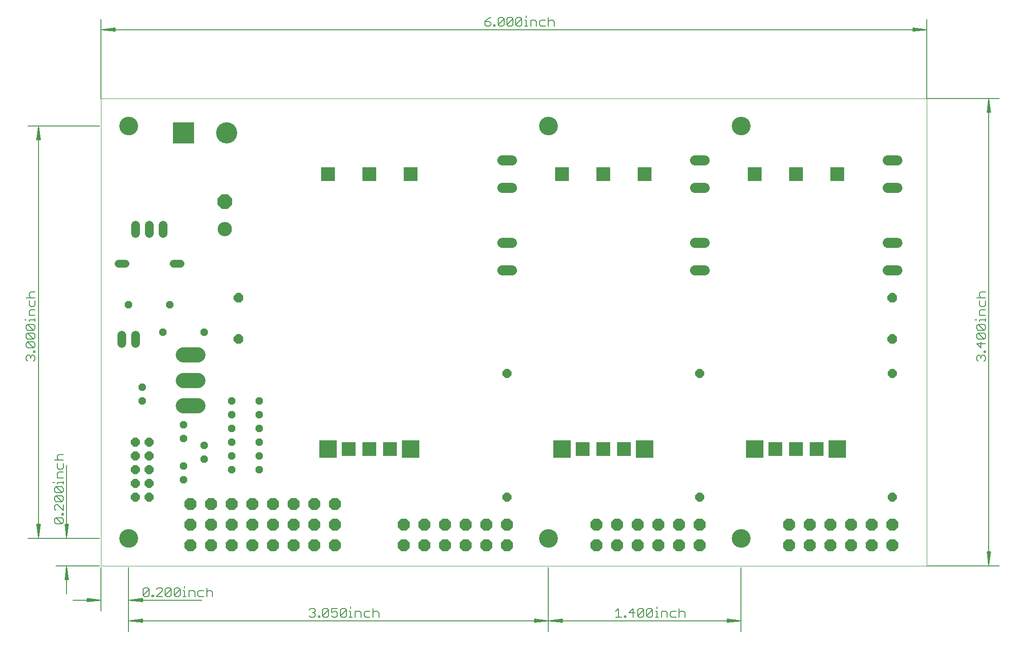
<source format=gbs>
G75*
%MOIN*%
%OFA0B0*%
%FSLAX25Y25*%
%IPPOS*%
%LPD*%
%AMOC8*
5,1,8,0,0,1.08239X$1,22.5*
%
%ADD10C,0.00000*%
%ADD11C,0.00512*%
%ADD12C,0.00600*%
%ADD13C,0.10400*%
%ADD14OC8,0.10400*%
%ADD15C,0.07450*%
%ADD16C,0.13400*%
%ADD17OC8,0.05600*%
%ADD18OC8,0.08900*%
%ADD19C,0.11050*%
%ADD20C,0.06400*%
%ADD21C,0.05600*%
%ADD22R,0.15400X0.15400*%
%ADD23C,0.15400*%
%ADD24R,0.09849X0.09849*%
%ADD25R,0.13061X0.13061*%
%ADD26OC8,0.07000*%
%ADD27OC8,0.06400*%
D10*
X0240000Y0265000D02*
X0240000Y0605000D01*
X0840000Y0605000D01*
X0840000Y0265000D01*
X0240000Y0265000D01*
X0253500Y0285000D02*
X0253502Y0285161D01*
X0253508Y0285321D01*
X0253518Y0285482D01*
X0253532Y0285642D01*
X0253550Y0285802D01*
X0253571Y0285961D01*
X0253597Y0286120D01*
X0253627Y0286278D01*
X0253660Y0286435D01*
X0253698Y0286592D01*
X0253739Y0286747D01*
X0253784Y0286901D01*
X0253833Y0287054D01*
X0253886Y0287206D01*
X0253942Y0287357D01*
X0254003Y0287506D01*
X0254066Y0287654D01*
X0254134Y0287800D01*
X0254205Y0287944D01*
X0254279Y0288086D01*
X0254357Y0288227D01*
X0254439Y0288365D01*
X0254524Y0288502D01*
X0254612Y0288636D01*
X0254704Y0288768D01*
X0254799Y0288898D01*
X0254897Y0289026D01*
X0254998Y0289151D01*
X0255102Y0289273D01*
X0255209Y0289393D01*
X0255319Y0289510D01*
X0255432Y0289625D01*
X0255548Y0289736D01*
X0255667Y0289845D01*
X0255788Y0289950D01*
X0255912Y0290053D01*
X0256038Y0290153D01*
X0256166Y0290249D01*
X0256297Y0290342D01*
X0256431Y0290432D01*
X0256566Y0290519D01*
X0256704Y0290602D01*
X0256843Y0290682D01*
X0256985Y0290758D01*
X0257128Y0290831D01*
X0257273Y0290900D01*
X0257420Y0290966D01*
X0257568Y0291028D01*
X0257718Y0291086D01*
X0257869Y0291141D01*
X0258022Y0291192D01*
X0258176Y0291239D01*
X0258331Y0291282D01*
X0258487Y0291321D01*
X0258643Y0291357D01*
X0258801Y0291388D01*
X0258959Y0291416D01*
X0259118Y0291440D01*
X0259278Y0291460D01*
X0259438Y0291476D01*
X0259598Y0291488D01*
X0259759Y0291496D01*
X0259920Y0291500D01*
X0260080Y0291500D01*
X0260241Y0291496D01*
X0260402Y0291488D01*
X0260562Y0291476D01*
X0260722Y0291460D01*
X0260882Y0291440D01*
X0261041Y0291416D01*
X0261199Y0291388D01*
X0261357Y0291357D01*
X0261513Y0291321D01*
X0261669Y0291282D01*
X0261824Y0291239D01*
X0261978Y0291192D01*
X0262131Y0291141D01*
X0262282Y0291086D01*
X0262432Y0291028D01*
X0262580Y0290966D01*
X0262727Y0290900D01*
X0262872Y0290831D01*
X0263015Y0290758D01*
X0263157Y0290682D01*
X0263296Y0290602D01*
X0263434Y0290519D01*
X0263569Y0290432D01*
X0263703Y0290342D01*
X0263834Y0290249D01*
X0263962Y0290153D01*
X0264088Y0290053D01*
X0264212Y0289950D01*
X0264333Y0289845D01*
X0264452Y0289736D01*
X0264568Y0289625D01*
X0264681Y0289510D01*
X0264791Y0289393D01*
X0264898Y0289273D01*
X0265002Y0289151D01*
X0265103Y0289026D01*
X0265201Y0288898D01*
X0265296Y0288768D01*
X0265388Y0288636D01*
X0265476Y0288502D01*
X0265561Y0288365D01*
X0265643Y0288227D01*
X0265721Y0288086D01*
X0265795Y0287944D01*
X0265866Y0287800D01*
X0265934Y0287654D01*
X0265997Y0287506D01*
X0266058Y0287357D01*
X0266114Y0287206D01*
X0266167Y0287054D01*
X0266216Y0286901D01*
X0266261Y0286747D01*
X0266302Y0286592D01*
X0266340Y0286435D01*
X0266373Y0286278D01*
X0266403Y0286120D01*
X0266429Y0285961D01*
X0266450Y0285802D01*
X0266468Y0285642D01*
X0266482Y0285482D01*
X0266492Y0285321D01*
X0266498Y0285161D01*
X0266500Y0285000D01*
X0266498Y0284839D01*
X0266492Y0284679D01*
X0266482Y0284518D01*
X0266468Y0284358D01*
X0266450Y0284198D01*
X0266429Y0284039D01*
X0266403Y0283880D01*
X0266373Y0283722D01*
X0266340Y0283565D01*
X0266302Y0283408D01*
X0266261Y0283253D01*
X0266216Y0283099D01*
X0266167Y0282946D01*
X0266114Y0282794D01*
X0266058Y0282643D01*
X0265997Y0282494D01*
X0265934Y0282346D01*
X0265866Y0282200D01*
X0265795Y0282056D01*
X0265721Y0281914D01*
X0265643Y0281773D01*
X0265561Y0281635D01*
X0265476Y0281498D01*
X0265388Y0281364D01*
X0265296Y0281232D01*
X0265201Y0281102D01*
X0265103Y0280974D01*
X0265002Y0280849D01*
X0264898Y0280727D01*
X0264791Y0280607D01*
X0264681Y0280490D01*
X0264568Y0280375D01*
X0264452Y0280264D01*
X0264333Y0280155D01*
X0264212Y0280050D01*
X0264088Y0279947D01*
X0263962Y0279847D01*
X0263834Y0279751D01*
X0263703Y0279658D01*
X0263569Y0279568D01*
X0263434Y0279481D01*
X0263296Y0279398D01*
X0263157Y0279318D01*
X0263015Y0279242D01*
X0262872Y0279169D01*
X0262727Y0279100D01*
X0262580Y0279034D01*
X0262432Y0278972D01*
X0262282Y0278914D01*
X0262131Y0278859D01*
X0261978Y0278808D01*
X0261824Y0278761D01*
X0261669Y0278718D01*
X0261513Y0278679D01*
X0261357Y0278643D01*
X0261199Y0278612D01*
X0261041Y0278584D01*
X0260882Y0278560D01*
X0260722Y0278540D01*
X0260562Y0278524D01*
X0260402Y0278512D01*
X0260241Y0278504D01*
X0260080Y0278500D01*
X0259920Y0278500D01*
X0259759Y0278504D01*
X0259598Y0278512D01*
X0259438Y0278524D01*
X0259278Y0278540D01*
X0259118Y0278560D01*
X0258959Y0278584D01*
X0258801Y0278612D01*
X0258643Y0278643D01*
X0258487Y0278679D01*
X0258331Y0278718D01*
X0258176Y0278761D01*
X0258022Y0278808D01*
X0257869Y0278859D01*
X0257718Y0278914D01*
X0257568Y0278972D01*
X0257420Y0279034D01*
X0257273Y0279100D01*
X0257128Y0279169D01*
X0256985Y0279242D01*
X0256843Y0279318D01*
X0256704Y0279398D01*
X0256566Y0279481D01*
X0256431Y0279568D01*
X0256297Y0279658D01*
X0256166Y0279751D01*
X0256038Y0279847D01*
X0255912Y0279947D01*
X0255788Y0280050D01*
X0255667Y0280155D01*
X0255548Y0280264D01*
X0255432Y0280375D01*
X0255319Y0280490D01*
X0255209Y0280607D01*
X0255102Y0280727D01*
X0254998Y0280849D01*
X0254897Y0280974D01*
X0254799Y0281102D01*
X0254704Y0281232D01*
X0254612Y0281364D01*
X0254524Y0281498D01*
X0254439Y0281635D01*
X0254357Y0281773D01*
X0254279Y0281914D01*
X0254205Y0282056D01*
X0254134Y0282200D01*
X0254066Y0282346D01*
X0254003Y0282494D01*
X0253942Y0282643D01*
X0253886Y0282794D01*
X0253833Y0282946D01*
X0253784Y0283099D01*
X0253739Y0283253D01*
X0253698Y0283408D01*
X0253660Y0283565D01*
X0253627Y0283722D01*
X0253597Y0283880D01*
X0253571Y0284039D01*
X0253550Y0284198D01*
X0253532Y0284358D01*
X0253518Y0284518D01*
X0253508Y0284679D01*
X0253502Y0284839D01*
X0253500Y0285000D01*
X0558500Y0285000D02*
X0558502Y0285161D01*
X0558508Y0285321D01*
X0558518Y0285482D01*
X0558532Y0285642D01*
X0558550Y0285802D01*
X0558571Y0285961D01*
X0558597Y0286120D01*
X0558627Y0286278D01*
X0558660Y0286435D01*
X0558698Y0286592D01*
X0558739Y0286747D01*
X0558784Y0286901D01*
X0558833Y0287054D01*
X0558886Y0287206D01*
X0558942Y0287357D01*
X0559003Y0287506D01*
X0559066Y0287654D01*
X0559134Y0287800D01*
X0559205Y0287944D01*
X0559279Y0288086D01*
X0559357Y0288227D01*
X0559439Y0288365D01*
X0559524Y0288502D01*
X0559612Y0288636D01*
X0559704Y0288768D01*
X0559799Y0288898D01*
X0559897Y0289026D01*
X0559998Y0289151D01*
X0560102Y0289273D01*
X0560209Y0289393D01*
X0560319Y0289510D01*
X0560432Y0289625D01*
X0560548Y0289736D01*
X0560667Y0289845D01*
X0560788Y0289950D01*
X0560912Y0290053D01*
X0561038Y0290153D01*
X0561166Y0290249D01*
X0561297Y0290342D01*
X0561431Y0290432D01*
X0561566Y0290519D01*
X0561704Y0290602D01*
X0561843Y0290682D01*
X0561985Y0290758D01*
X0562128Y0290831D01*
X0562273Y0290900D01*
X0562420Y0290966D01*
X0562568Y0291028D01*
X0562718Y0291086D01*
X0562869Y0291141D01*
X0563022Y0291192D01*
X0563176Y0291239D01*
X0563331Y0291282D01*
X0563487Y0291321D01*
X0563643Y0291357D01*
X0563801Y0291388D01*
X0563959Y0291416D01*
X0564118Y0291440D01*
X0564278Y0291460D01*
X0564438Y0291476D01*
X0564598Y0291488D01*
X0564759Y0291496D01*
X0564920Y0291500D01*
X0565080Y0291500D01*
X0565241Y0291496D01*
X0565402Y0291488D01*
X0565562Y0291476D01*
X0565722Y0291460D01*
X0565882Y0291440D01*
X0566041Y0291416D01*
X0566199Y0291388D01*
X0566357Y0291357D01*
X0566513Y0291321D01*
X0566669Y0291282D01*
X0566824Y0291239D01*
X0566978Y0291192D01*
X0567131Y0291141D01*
X0567282Y0291086D01*
X0567432Y0291028D01*
X0567580Y0290966D01*
X0567727Y0290900D01*
X0567872Y0290831D01*
X0568015Y0290758D01*
X0568157Y0290682D01*
X0568296Y0290602D01*
X0568434Y0290519D01*
X0568569Y0290432D01*
X0568703Y0290342D01*
X0568834Y0290249D01*
X0568962Y0290153D01*
X0569088Y0290053D01*
X0569212Y0289950D01*
X0569333Y0289845D01*
X0569452Y0289736D01*
X0569568Y0289625D01*
X0569681Y0289510D01*
X0569791Y0289393D01*
X0569898Y0289273D01*
X0570002Y0289151D01*
X0570103Y0289026D01*
X0570201Y0288898D01*
X0570296Y0288768D01*
X0570388Y0288636D01*
X0570476Y0288502D01*
X0570561Y0288365D01*
X0570643Y0288227D01*
X0570721Y0288086D01*
X0570795Y0287944D01*
X0570866Y0287800D01*
X0570934Y0287654D01*
X0570997Y0287506D01*
X0571058Y0287357D01*
X0571114Y0287206D01*
X0571167Y0287054D01*
X0571216Y0286901D01*
X0571261Y0286747D01*
X0571302Y0286592D01*
X0571340Y0286435D01*
X0571373Y0286278D01*
X0571403Y0286120D01*
X0571429Y0285961D01*
X0571450Y0285802D01*
X0571468Y0285642D01*
X0571482Y0285482D01*
X0571492Y0285321D01*
X0571498Y0285161D01*
X0571500Y0285000D01*
X0571498Y0284839D01*
X0571492Y0284679D01*
X0571482Y0284518D01*
X0571468Y0284358D01*
X0571450Y0284198D01*
X0571429Y0284039D01*
X0571403Y0283880D01*
X0571373Y0283722D01*
X0571340Y0283565D01*
X0571302Y0283408D01*
X0571261Y0283253D01*
X0571216Y0283099D01*
X0571167Y0282946D01*
X0571114Y0282794D01*
X0571058Y0282643D01*
X0570997Y0282494D01*
X0570934Y0282346D01*
X0570866Y0282200D01*
X0570795Y0282056D01*
X0570721Y0281914D01*
X0570643Y0281773D01*
X0570561Y0281635D01*
X0570476Y0281498D01*
X0570388Y0281364D01*
X0570296Y0281232D01*
X0570201Y0281102D01*
X0570103Y0280974D01*
X0570002Y0280849D01*
X0569898Y0280727D01*
X0569791Y0280607D01*
X0569681Y0280490D01*
X0569568Y0280375D01*
X0569452Y0280264D01*
X0569333Y0280155D01*
X0569212Y0280050D01*
X0569088Y0279947D01*
X0568962Y0279847D01*
X0568834Y0279751D01*
X0568703Y0279658D01*
X0568569Y0279568D01*
X0568434Y0279481D01*
X0568296Y0279398D01*
X0568157Y0279318D01*
X0568015Y0279242D01*
X0567872Y0279169D01*
X0567727Y0279100D01*
X0567580Y0279034D01*
X0567432Y0278972D01*
X0567282Y0278914D01*
X0567131Y0278859D01*
X0566978Y0278808D01*
X0566824Y0278761D01*
X0566669Y0278718D01*
X0566513Y0278679D01*
X0566357Y0278643D01*
X0566199Y0278612D01*
X0566041Y0278584D01*
X0565882Y0278560D01*
X0565722Y0278540D01*
X0565562Y0278524D01*
X0565402Y0278512D01*
X0565241Y0278504D01*
X0565080Y0278500D01*
X0564920Y0278500D01*
X0564759Y0278504D01*
X0564598Y0278512D01*
X0564438Y0278524D01*
X0564278Y0278540D01*
X0564118Y0278560D01*
X0563959Y0278584D01*
X0563801Y0278612D01*
X0563643Y0278643D01*
X0563487Y0278679D01*
X0563331Y0278718D01*
X0563176Y0278761D01*
X0563022Y0278808D01*
X0562869Y0278859D01*
X0562718Y0278914D01*
X0562568Y0278972D01*
X0562420Y0279034D01*
X0562273Y0279100D01*
X0562128Y0279169D01*
X0561985Y0279242D01*
X0561843Y0279318D01*
X0561704Y0279398D01*
X0561566Y0279481D01*
X0561431Y0279568D01*
X0561297Y0279658D01*
X0561166Y0279751D01*
X0561038Y0279847D01*
X0560912Y0279947D01*
X0560788Y0280050D01*
X0560667Y0280155D01*
X0560548Y0280264D01*
X0560432Y0280375D01*
X0560319Y0280490D01*
X0560209Y0280607D01*
X0560102Y0280727D01*
X0559998Y0280849D01*
X0559897Y0280974D01*
X0559799Y0281102D01*
X0559704Y0281232D01*
X0559612Y0281364D01*
X0559524Y0281498D01*
X0559439Y0281635D01*
X0559357Y0281773D01*
X0559279Y0281914D01*
X0559205Y0282056D01*
X0559134Y0282200D01*
X0559066Y0282346D01*
X0559003Y0282494D01*
X0558942Y0282643D01*
X0558886Y0282794D01*
X0558833Y0282946D01*
X0558784Y0283099D01*
X0558739Y0283253D01*
X0558698Y0283408D01*
X0558660Y0283565D01*
X0558627Y0283722D01*
X0558597Y0283880D01*
X0558571Y0284039D01*
X0558550Y0284198D01*
X0558532Y0284358D01*
X0558518Y0284518D01*
X0558508Y0284679D01*
X0558502Y0284839D01*
X0558500Y0285000D01*
X0698500Y0285000D02*
X0698502Y0285161D01*
X0698508Y0285321D01*
X0698518Y0285482D01*
X0698532Y0285642D01*
X0698550Y0285802D01*
X0698571Y0285961D01*
X0698597Y0286120D01*
X0698627Y0286278D01*
X0698660Y0286435D01*
X0698698Y0286592D01*
X0698739Y0286747D01*
X0698784Y0286901D01*
X0698833Y0287054D01*
X0698886Y0287206D01*
X0698942Y0287357D01*
X0699003Y0287506D01*
X0699066Y0287654D01*
X0699134Y0287800D01*
X0699205Y0287944D01*
X0699279Y0288086D01*
X0699357Y0288227D01*
X0699439Y0288365D01*
X0699524Y0288502D01*
X0699612Y0288636D01*
X0699704Y0288768D01*
X0699799Y0288898D01*
X0699897Y0289026D01*
X0699998Y0289151D01*
X0700102Y0289273D01*
X0700209Y0289393D01*
X0700319Y0289510D01*
X0700432Y0289625D01*
X0700548Y0289736D01*
X0700667Y0289845D01*
X0700788Y0289950D01*
X0700912Y0290053D01*
X0701038Y0290153D01*
X0701166Y0290249D01*
X0701297Y0290342D01*
X0701431Y0290432D01*
X0701566Y0290519D01*
X0701704Y0290602D01*
X0701843Y0290682D01*
X0701985Y0290758D01*
X0702128Y0290831D01*
X0702273Y0290900D01*
X0702420Y0290966D01*
X0702568Y0291028D01*
X0702718Y0291086D01*
X0702869Y0291141D01*
X0703022Y0291192D01*
X0703176Y0291239D01*
X0703331Y0291282D01*
X0703487Y0291321D01*
X0703643Y0291357D01*
X0703801Y0291388D01*
X0703959Y0291416D01*
X0704118Y0291440D01*
X0704278Y0291460D01*
X0704438Y0291476D01*
X0704598Y0291488D01*
X0704759Y0291496D01*
X0704920Y0291500D01*
X0705080Y0291500D01*
X0705241Y0291496D01*
X0705402Y0291488D01*
X0705562Y0291476D01*
X0705722Y0291460D01*
X0705882Y0291440D01*
X0706041Y0291416D01*
X0706199Y0291388D01*
X0706357Y0291357D01*
X0706513Y0291321D01*
X0706669Y0291282D01*
X0706824Y0291239D01*
X0706978Y0291192D01*
X0707131Y0291141D01*
X0707282Y0291086D01*
X0707432Y0291028D01*
X0707580Y0290966D01*
X0707727Y0290900D01*
X0707872Y0290831D01*
X0708015Y0290758D01*
X0708157Y0290682D01*
X0708296Y0290602D01*
X0708434Y0290519D01*
X0708569Y0290432D01*
X0708703Y0290342D01*
X0708834Y0290249D01*
X0708962Y0290153D01*
X0709088Y0290053D01*
X0709212Y0289950D01*
X0709333Y0289845D01*
X0709452Y0289736D01*
X0709568Y0289625D01*
X0709681Y0289510D01*
X0709791Y0289393D01*
X0709898Y0289273D01*
X0710002Y0289151D01*
X0710103Y0289026D01*
X0710201Y0288898D01*
X0710296Y0288768D01*
X0710388Y0288636D01*
X0710476Y0288502D01*
X0710561Y0288365D01*
X0710643Y0288227D01*
X0710721Y0288086D01*
X0710795Y0287944D01*
X0710866Y0287800D01*
X0710934Y0287654D01*
X0710997Y0287506D01*
X0711058Y0287357D01*
X0711114Y0287206D01*
X0711167Y0287054D01*
X0711216Y0286901D01*
X0711261Y0286747D01*
X0711302Y0286592D01*
X0711340Y0286435D01*
X0711373Y0286278D01*
X0711403Y0286120D01*
X0711429Y0285961D01*
X0711450Y0285802D01*
X0711468Y0285642D01*
X0711482Y0285482D01*
X0711492Y0285321D01*
X0711498Y0285161D01*
X0711500Y0285000D01*
X0711498Y0284839D01*
X0711492Y0284679D01*
X0711482Y0284518D01*
X0711468Y0284358D01*
X0711450Y0284198D01*
X0711429Y0284039D01*
X0711403Y0283880D01*
X0711373Y0283722D01*
X0711340Y0283565D01*
X0711302Y0283408D01*
X0711261Y0283253D01*
X0711216Y0283099D01*
X0711167Y0282946D01*
X0711114Y0282794D01*
X0711058Y0282643D01*
X0710997Y0282494D01*
X0710934Y0282346D01*
X0710866Y0282200D01*
X0710795Y0282056D01*
X0710721Y0281914D01*
X0710643Y0281773D01*
X0710561Y0281635D01*
X0710476Y0281498D01*
X0710388Y0281364D01*
X0710296Y0281232D01*
X0710201Y0281102D01*
X0710103Y0280974D01*
X0710002Y0280849D01*
X0709898Y0280727D01*
X0709791Y0280607D01*
X0709681Y0280490D01*
X0709568Y0280375D01*
X0709452Y0280264D01*
X0709333Y0280155D01*
X0709212Y0280050D01*
X0709088Y0279947D01*
X0708962Y0279847D01*
X0708834Y0279751D01*
X0708703Y0279658D01*
X0708569Y0279568D01*
X0708434Y0279481D01*
X0708296Y0279398D01*
X0708157Y0279318D01*
X0708015Y0279242D01*
X0707872Y0279169D01*
X0707727Y0279100D01*
X0707580Y0279034D01*
X0707432Y0278972D01*
X0707282Y0278914D01*
X0707131Y0278859D01*
X0706978Y0278808D01*
X0706824Y0278761D01*
X0706669Y0278718D01*
X0706513Y0278679D01*
X0706357Y0278643D01*
X0706199Y0278612D01*
X0706041Y0278584D01*
X0705882Y0278560D01*
X0705722Y0278540D01*
X0705562Y0278524D01*
X0705402Y0278512D01*
X0705241Y0278504D01*
X0705080Y0278500D01*
X0704920Y0278500D01*
X0704759Y0278504D01*
X0704598Y0278512D01*
X0704438Y0278524D01*
X0704278Y0278540D01*
X0704118Y0278560D01*
X0703959Y0278584D01*
X0703801Y0278612D01*
X0703643Y0278643D01*
X0703487Y0278679D01*
X0703331Y0278718D01*
X0703176Y0278761D01*
X0703022Y0278808D01*
X0702869Y0278859D01*
X0702718Y0278914D01*
X0702568Y0278972D01*
X0702420Y0279034D01*
X0702273Y0279100D01*
X0702128Y0279169D01*
X0701985Y0279242D01*
X0701843Y0279318D01*
X0701704Y0279398D01*
X0701566Y0279481D01*
X0701431Y0279568D01*
X0701297Y0279658D01*
X0701166Y0279751D01*
X0701038Y0279847D01*
X0700912Y0279947D01*
X0700788Y0280050D01*
X0700667Y0280155D01*
X0700548Y0280264D01*
X0700432Y0280375D01*
X0700319Y0280490D01*
X0700209Y0280607D01*
X0700102Y0280727D01*
X0699998Y0280849D01*
X0699897Y0280974D01*
X0699799Y0281102D01*
X0699704Y0281232D01*
X0699612Y0281364D01*
X0699524Y0281498D01*
X0699439Y0281635D01*
X0699357Y0281773D01*
X0699279Y0281914D01*
X0699205Y0282056D01*
X0699134Y0282200D01*
X0699066Y0282346D01*
X0699003Y0282494D01*
X0698942Y0282643D01*
X0698886Y0282794D01*
X0698833Y0282946D01*
X0698784Y0283099D01*
X0698739Y0283253D01*
X0698698Y0283408D01*
X0698660Y0283565D01*
X0698627Y0283722D01*
X0698597Y0283880D01*
X0698571Y0284039D01*
X0698550Y0284198D01*
X0698532Y0284358D01*
X0698518Y0284518D01*
X0698508Y0284679D01*
X0698502Y0284839D01*
X0698500Y0285000D01*
X0698500Y0585000D02*
X0698502Y0585161D01*
X0698508Y0585321D01*
X0698518Y0585482D01*
X0698532Y0585642D01*
X0698550Y0585802D01*
X0698571Y0585961D01*
X0698597Y0586120D01*
X0698627Y0586278D01*
X0698660Y0586435D01*
X0698698Y0586592D01*
X0698739Y0586747D01*
X0698784Y0586901D01*
X0698833Y0587054D01*
X0698886Y0587206D01*
X0698942Y0587357D01*
X0699003Y0587506D01*
X0699066Y0587654D01*
X0699134Y0587800D01*
X0699205Y0587944D01*
X0699279Y0588086D01*
X0699357Y0588227D01*
X0699439Y0588365D01*
X0699524Y0588502D01*
X0699612Y0588636D01*
X0699704Y0588768D01*
X0699799Y0588898D01*
X0699897Y0589026D01*
X0699998Y0589151D01*
X0700102Y0589273D01*
X0700209Y0589393D01*
X0700319Y0589510D01*
X0700432Y0589625D01*
X0700548Y0589736D01*
X0700667Y0589845D01*
X0700788Y0589950D01*
X0700912Y0590053D01*
X0701038Y0590153D01*
X0701166Y0590249D01*
X0701297Y0590342D01*
X0701431Y0590432D01*
X0701566Y0590519D01*
X0701704Y0590602D01*
X0701843Y0590682D01*
X0701985Y0590758D01*
X0702128Y0590831D01*
X0702273Y0590900D01*
X0702420Y0590966D01*
X0702568Y0591028D01*
X0702718Y0591086D01*
X0702869Y0591141D01*
X0703022Y0591192D01*
X0703176Y0591239D01*
X0703331Y0591282D01*
X0703487Y0591321D01*
X0703643Y0591357D01*
X0703801Y0591388D01*
X0703959Y0591416D01*
X0704118Y0591440D01*
X0704278Y0591460D01*
X0704438Y0591476D01*
X0704598Y0591488D01*
X0704759Y0591496D01*
X0704920Y0591500D01*
X0705080Y0591500D01*
X0705241Y0591496D01*
X0705402Y0591488D01*
X0705562Y0591476D01*
X0705722Y0591460D01*
X0705882Y0591440D01*
X0706041Y0591416D01*
X0706199Y0591388D01*
X0706357Y0591357D01*
X0706513Y0591321D01*
X0706669Y0591282D01*
X0706824Y0591239D01*
X0706978Y0591192D01*
X0707131Y0591141D01*
X0707282Y0591086D01*
X0707432Y0591028D01*
X0707580Y0590966D01*
X0707727Y0590900D01*
X0707872Y0590831D01*
X0708015Y0590758D01*
X0708157Y0590682D01*
X0708296Y0590602D01*
X0708434Y0590519D01*
X0708569Y0590432D01*
X0708703Y0590342D01*
X0708834Y0590249D01*
X0708962Y0590153D01*
X0709088Y0590053D01*
X0709212Y0589950D01*
X0709333Y0589845D01*
X0709452Y0589736D01*
X0709568Y0589625D01*
X0709681Y0589510D01*
X0709791Y0589393D01*
X0709898Y0589273D01*
X0710002Y0589151D01*
X0710103Y0589026D01*
X0710201Y0588898D01*
X0710296Y0588768D01*
X0710388Y0588636D01*
X0710476Y0588502D01*
X0710561Y0588365D01*
X0710643Y0588227D01*
X0710721Y0588086D01*
X0710795Y0587944D01*
X0710866Y0587800D01*
X0710934Y0587654D01*
X0710997Y0587506D01*
X0711058Y0587357D01*
X0711114Y0587206D01*
X0711167Y0587054D01*
X0711216Y0586901D01*
X0711261Y0586747D01*
X0711302Y0586592D01*
X0711340Y0586435D01*
X0711373Y0586278D01*
X0711403Y0586120D01*
X0711429Y0585961D01*
X0711450Y0585802D01*
X0711468Y0585642D01*
X0711482Y0585482D01*
X0711492Y0585321D01*
X0711498Y0585161D01*
X0711500Y0585000D01*
X0711498Y0584839D01*
X0711492Y0584679D01*
X0711482Y0584518D01*
X0711468Y0584358D01*
X0711450Y0584198D01*
X0711429Y0584039D01*
X0711403Y0583880D01*
X0711373Y0583722D01*
X0711340Y0583565D01*
X0711302Y0583408D01*
X0711261Y0583253D01*
X0711216Y0583099D01*
X0711167Y0582946D01*
X0711114Y0582794D01*
X0711058Y0582643D01*
X0710997Y0582494D01*
X0710934Y0582346D01*
X0710866Y0582200D01*
X0710795Y0582056D01*
X0710721Y0581914D01*
X0710643Y0581773D01*
X0710561Y0581635D01*
X0710476Y0581498D01*
X0710388Y0581364D01*
X0710296Y0581232D01*
X0710201Y0581102D01*
X0710103Y0580974D01*
X0710002Y0580849D01*
X0709898Y0580727D01*
X0709791Y0580607D01*
X0709681Y0580490D01*
X0709568Y0580375D01*
X0709452Y0580264D01*
X0709333Y0580155D01*
X0709212Y0580050D01*
X0709088Y0579947D01*
X0708962Y0579847D01*
X0708834Y0579751D01*
X0708703Y0579658D01*
X0708569Y0579568D01*
X0708434Y0579481D01*
X0708296Y0579398D01*
X0708157Y0579318D01*
X0708015Y0579242D01*
X0707872Y0579169D01*
X0707727Y0579100D01*
X0707580Y0579034D01*
X0707432Y0578972D01*
X0707282Y0578914D01*
X0707131Y0578859D01*
X0706978Y0578808D01*
X0706824Y0578761D01*
X0706669Y0578718D01*
X0706513Y0578679D01*
X0706357Y0578643D01*
X0706199Y0578612D01*
X0706041Y0578584D01*
X0705882Y0578560D01*
X0705722Y0578540D01*
X0705562Y0578524D01*
X0705402Y0578512D01*
X0705241Y0578504D01*
X0705080Y0578500D01*
X0704920Y0578500D01*
X0704759Y0578504D01*
X0704598Y0578512D01*
X0704438Y0578524D01*
X0704278Y0578540D01*
X0704118Y0578560D01*
X0703959Y0578584D01*
X0703801Y0578612D01*
X0703643Y0578643D01*
X0703487Y0578679D01*
X0703331Y0578718D01*
X0703176Y0578761D01*
X0703022Y0578808D01*
X0702869Y0578859D01*
X0702718Y0578914D01*
X0702568Y0578972D01*
X0702420Y0579034D01*
X0702273Y0579100D01*
X0702128Y0579169D01*
X0701985Y0579242D01*
X0701843Y0579318D01*
X0701704Y0579398D01*
X0701566Y0579481D01*
X0701431Y0579568D01*
X0701297Y0579658D01*
X0701166Y0579751D01*
X0701038Y0579847D01*
X0700912Y0579947D01*
X0700788Y0580050D01*
X0700667Y0580155D01*
X0700548Y0580264D01*
X0700432Y0580375D01*
X0700319Y0580490D01*
X0700209Y0580607D01*
X0700102Y0580727D01*
X0699998Y0580849D01*
X0699897Y0580974D01*
X0699799Y0581102D01*
X0699704Y0581232D01*
X0699612Y0581364D01*
X0699524Y0581498D01*
X0699439Y0581635D01*
X0699357Y0581773D01*
X0699279Y0581914D01*
X0699205Y0582056D01*
X0699134Y0582200D01*
X0699066Y0582346D01*
X0699003Y0582494D01*
X0698942Y0582643D01*
X0698886Y0582794D01*
X0698833Y0582946D01*
X0698784Y0583099D01*
X0698739Y0583253D01*
X0698698Y0583408D01*
X0698660Y0583565D01*
X0698627Y0583722D01*
X0698597Y0583880D01*
X0698571Y0584039D01*
X0698550Y0584198D01*
X0698532Y0584358D01*
X0698518Y0584518D01*
X0698508Y0584679D01*
X0698502Y0584839D01*
X0698500Y0585000D01*
X0558500Y0585000D02*
X0558502Y0585161D01*
X0558508Y0585321D01*
X0558518Y0585482D01*
X0558532Y0585642D01*
X0558550Y0585802D01*
X0558571Y0585961D01*
X0558597Y0586120D01*
X0558627Y0586278D01*
X0558660Y0586435D01*
X0558698Y0586592D01*
X0558739Y0586747D01*
X0558784Y0586901D01*
X0558833Y0587054D01*
X0558886Y0587206D01*
X0558942Y0587357D01*
X0559003Y0587506D01*
X0559066Y0587654D01*
X0559134Y0587800D01*
X0559205Y0587944D01*
X0559279Y0588086D01*
X0559357Y0588227D01*
X0559439Y0588365D01*
X0559524Y0588502D01*
X0559612Y0588636D01*
X0559704Y0588768D01*
X0559799Y0588898D01*
X0559897Y0589026D01*
X0559998Y0589151D01*
X0560102Y0589273D01*
X0560209Y0589393D01*
X0560319Y0589510D01*
X0560432Y0589625D01*
X0560548Y0589736D01*
X0560667Y0589845D01*
X0560788Y0589950D01*
X0560912Y0590053D01*
X0561038Y0590153D01*
X0561166Y0590249D01*
X0561297Y0590342D01*
X0561431Y0590432D01*
X0561566Y0590519D01*
X0561704Y0590602D01*
X0561843Y0590682D01*
X0561985Y0590758D01*
X0562128Y0590831D01*
X0562273Y0590900D01*
X0562420Y0590966D01*
X0562568Y0591028D01*
X0562718Y0591086D01*
X0562869Y0591141D01*
X0563022Y0591192D01*
X0563176Y0591239D01*
X0563331Y0591282D01*
X0563487Y0591321D01*
X0563643Y0591357D01*
X0563801Y0591388D01*
X0563959Y0591416D01*
X0564118Y0591440D01*
X0564278Y0591460D01*
X0564438Y0591476D01*
X0564598Y0591488D01*
X0564759Y0591496D01*
X0564920Y0591500D01*
X0565080Y0591500D01*
X0565241Y0591496D01*
X0565402Y0591488D01*
X0565562Y0591476D01*
X0565722Y0591460D01*
X0565882Y0591440D01*
X0566041Y0591416D01*
X0566199Y0591388D01*
X0566357Y0591357D01*
X0566513Y0591321D01*
X0566669Y0591282D01*
X0566824Y0591239D01*
X0566978Y0591192D01*
X0567131Y0591141D01*
X0567282Y0591086D01*
X0567432Y0591028D01*
X0567580Y0590966D01*
X0567727Y0590900D01*
X0567872Y0590831D01*
X0568015Y0590758D01*
X0568157Y0590682D01*
X0568296Y0590602D01*
X0568434Y0590519D01*
X0568569Y0590432D01*
X0568703Y0590342D01*
X0568834Y0590249D01*
X0568962Y0590153D01*
X0569088Y0590053D01*
X0569212Y0589950D01*
X0569333Y0589845D01*
X0569452Y0589736D01*
X0569568Y0589625D01*
X0569681Y0589510D01*
X0569791Y0589393D01*
X0569898Y0589273D01*
X0570002Y0589151D01*
X0570103Y0589026D01*
X0570201Y0588898D01*
X0570296Y0588768D01*
X0570388Y0588636D01*
X0570476Y0588502D01*
X0570561Y0588365D01*
X0570643Y0588227D01*
X0570721Y0588086D01*
X0570795Y0587944D01*
X0570866Y0587800D01*
X0570934Y0587654D01*
X0570997Y0587506D01*
X0571058Y0587357D01*
X0571114Y0587206D01*
X0571167Y0587054D01*
X0571216Y0586901D01*
X0571261Y0586747D01*
X0571302Y0586592D01*
X0571340Y0586435D01*
X0571373Y0586278D01*
X0571403Y0586120D01*
X0571429Y0585961D01*
X0571450Y0585802D01*
X0571468Y0585642D01*
X0571482Y0585482D01*
X0571492Y0585321D01*
X0571498Y0585161D01*
X0571500Y0585000D01*
X0571498Y0584839D01*
X0571492Y0584679D01*
X0571482Y0584518D01*
X0571468Y0584358D01*
X0571450Y0584198D01*
X0571429Y0584039D01*
X0571403Y0583880D01*
X0571373Y0583722D01*
X0571340Y0583565D01*
X0571302Y0583408D01*
X0571261Y0583253D01*
X0571216Y0583099D01*
X0571167Y0582946D01*
X0571114Y0582794D01*
X0571058Y0582643D01*
X0570997Y0582494D01*
X0570934Y0582346D01*
X0570866Y0582200D01*
X0570795Y0582056D01*
X0570721Y0581914D01*
X0570643Y0581773D01*
X0570561Y0581635D01*
X0570476Y0581498D01*
X0570388Y0581364D01*
X0570296Y0581232D01*
X0570201Y0581102D01*
X0570103Y0580974D01*
X0570002Y0580849D01*
X0569898Y0580727D01*
X0569791Y0580607D01*
X0569681Y0580490D01*
X0569568Y0580375D01*
X0569452Y0580264D01*
X0569333Y0580155D01*
X0569212Y0580050D01*
X0569088Y0579947D01*
X0568962Y0579847D01*
X0568834Y0579751D01*
X0568703Y0579658D01*
X0568569Y0579568D01*
X0568434Y0579481D01*
X0568296Y0579398D01*
X0568157Y0579318D01*
X0568015Y0579242D01*
X0567872Y0579169D01*
X0567727Y0579100D01*
X0567580Y0579034D01*
X0567432Y0578972D01*
X0567282Y0578914D01*
X0567131Y0578859D01*
X0566978Y0578808D01*
X0566824Y0578761D01*
X0566669Y0578718D01*
X0566513Y0578679D01*
X0566357Y0578643D01*
X0566199Y0578612D01*
X0566041Y0578584D01*
X0565882Y0578560D01*
X0565722Y0578540D01*
X0565562Y0578524D01*
X0565402Y0578512D01*
X0565241Y0578504D01*
X0565080Y0578500D01*
X0564920Y0578500D01*
X0564759Y0578504D01*
X0564598Y0578512D01*
X0564438Y0578524D01*
X0564278Y0578540D01*
X0564118Y0578560D01*
X0563959Y0578584D01*
X0563801Y0578612D01*
X0563643Y0578643D01*
X0563487Y0578679D01*
X0563331Y0578718D01*
X0563176Y0578761D01*
X0563022Y0578808D01*
X0562869Y0578859D01*
X0562718Y0578914D01*
X0562568Y0578972D01*
X0562420Y0579034D01*
X0562273Y0579100D01*
X0562128Y0579169D01*
X0561985Y0579242D01*
X0561843Y0579318D01*
X0561704Y0579398D01*
X0561566Y0579481D01*
X0561431Y0579568D01*
X0561297Y0579658D01*
X0561166Y0579751D01*
X0561038Y0579847D01*
X0560912Y0579947D01*
X0560788Y0580050D01*
X0560667Y0580155D01*
X0560548Y0580264D01*
X0560432Y0580375D01*
X0560319Y0580490D01*
X0560209Y0580607D01*
X0560102Y0580727D01*
X0559998Y0580849D01*
X0559897Y0580974D01*
X0559799Y0581102D01*
X0559704Y0581232D01*
X0559612Y0581364D01*
X0559524Y0581498D01*
X0559439Y0581635D01*
X0559357Y0581773D01*
X0559279Y0581914D01*
X0559205Y0582056D01*
X0559134Y0582200D01*
X0559066Y0582346D01*
X0559003Y0582494D01*
X0558942Y0582643D01*
X0558886Y0582794D01*
X0558833Y0582946D01*
X0558784Y0583099D01*
X0558739Y0583253D01*
X0558698Y0583408D01*
X0558660Y0583565D01*
X0558627Y0583722D01*
X0558597Y0583880D01*
X0558571Y0584039D01*
X0558550Y0584198D01*
X0558532Y0584358D01*
X0558518Y0584518D01*
X0558508Y0584679D01*
X0558502Y0584839D01*
X0558500Y0585000D01*
X0253500Y0585000D02*
X0253502Y0585161D01*
X0253508Y0585321D01*
X0253518Y0585482D01*
X0253532Y0585642D01*
X0253550Y0585802D01*
X0253571Y0585961D01*
X0253597Y0586120D01*
X0253627Y0586278D01*
X0253660Y0586435D01*
X0253698Y0586592D01*
X0253739Y0586747D01*
X0253784Y0586901D01*
X0253833Y0587054D01*
X0253886Y0587206D01*
X0253942Y0587357D01*
X0254003Y0587506D01*
X0254066Y0587654D01*
X0254134Y0587800D01*
X0254205Y0587944D01*
X0254279Y0588086D01*
X0254357Y0588227D01*
X0254439Y0588365D01*
X0254524Y0588502D01*
X0254612Y0588636D01*
X0254704Y0588768D01*
X0254799Y0588898D01*
X0254897Y0589026D01*
X0254998Y0589151D01*
X0255102Y0589273D01*
X0255209Y0589393D01*
X0255319Y0589510D01*
X0255432Y0589625D01*
X0255548Y0589736D01*
X0255667Y0589845D01*
X0255788Y0589950D01*
X0255912Y0590053D01*
X0256038Y0590153D01*
X0256166Y0590249D01*
X0256297Y0590342D01*
X0256431Y0590432D01*
X0256566Y0590519D01*
X0256704Y0590602D01*
X0256843Y0590682D01*
X0256985Y0590758D01*
X0257128Y0590831D01*
X0257273Y0590900D01*
X0257420Y0590966D01*
X0257568Y0591028D01*
X0257718Y0591086D01*
X0257869Y0591141D01*
X0258022Y0591192D01*
X0258176Y0591239D01*
X0258331Y0591282D01*
X0258487Y0591321D01*
X0258643Y0591357D01*
X0258801Y0591388D01*
X0258959Y0591416D01*
X0259118Y0591440D01*
X0259278Y0591460D01*
X0259438Y0591476D01*
X0259598Y0591488D01*
X0259759Y0591496D01*
X0259920Y0591500D01*
X0260080Y0591500D01*
X0260241Y0591496D01*
X0260402Y0591488D01*
X0260562Y0591476D01*
X0260722Y0591460D01*
X0260882Y0591440D01*
X0261041Y0591416D01*
X0261199Y0591388D01*
X0261357Y0591357D01*
X0261513Y0591321D01*
X0261669Y0591282D01*
X0261824Y0591239D01*
X0261978Y0591192D01*
X0262131Y0591141D01*
X0262282Y0591086D01*
X0262432Y0591028D01*
X0262580Y0590966D01*
X0262727Y0590900D01*
X0262872Y0590831D01*
X0263015Y0590758D01*
X0263157Y0590682D01*
X0263296Y0590602D01*
X0263434Y0590519D01*
X0263569Y0590432D01*
X0263703Y0590342D01*
X0263834Y0590249D01*
X0263962Y0590153D01*
X0264088Y0590053D01*
X0264212Y0589950D01*
X0264333Y0589845D01*
X0264452Y0589736D01*
X0264568Y0589625D01*
X0264681Y0589510D01*
X0264791Y0589393D01*
X0264898Y0589273D01*
X0265002Y0589151D01*
X0265103Y0589026D01*
X0265201Y0588898D01*
X0265296Y0588768D01*
X0265388Y0588636D01*
X0265476Y0588502D01*
X0265561Y0588365D01*
X0265643Y0588227D01*
X0265721Y0588086D01*
X0265795Y0587944D01*
X0265866Y0587800D01*
X0265934Y0587654D01*
X0265997Y0587506D01*
X0266058Y0587357D01*
X0266114Y0587206D01*
X0266167Y0587054D01*
X0266216Y0586901D01*
X0266261Y0586747D01*
X0266302Y0586592D01*
X0266340Y0586435D01*
X0266373Y0586278D01*
X0266403Y0586120D01*
X0266429Y0585961D01*
X0266450Y0585802D01*
X0266468Y0585642D01*
X0266482Y0585482D01*
X0266492Y0585321D01*
X0266498Y0585161D01*
X0266500Y0585000D01*
X0266498Y0584839D01*
X0266492Y0584679D01*
X0266482Y0584518D01*
X0266468Y0584358D01*
X0266450Y0584198D01*
X0266429Y0584039D01*
X0266403Y0583880D01*
X0266373Y0583722D01*
X0266340Y0583565D01*
X0266302Y0583408D01*
X0266261Y0583253D01*
X0266216Y0583099D01*
X0266167Y0582946D01*
X0266114Y0582794D01*
X0266058Y0582643D01*
X0265997Y0582494D01*
X0265934Y0582346D01*
X0265866Y0582200D01*
X0265795Y0582056D01*
X0265721Y0581914D01*
X0265643Y0581773D01*
X0265561Y0581635D01*
X0265476Y0581498D01*
X0265388Y0581364D01*
X0265296Y0581232D01*
X0265201Y0581102D01*
X0265103Y0580974D01*
X0265002Y0580849D01*
X0264898Y0580727D01*
X0264791Y0580607D01*
X0264681Y0580490D01*
X0264568Y0580375D01*
X0264452Y0580264D01*
X0264333Y0580155D01*
X0264212Y0580050D01*
X0264088Y0579947D01*
X0263962Y0579847D01*
X0263834Y0579751D01*
X0263703Y0579658D01*
X0263569Y0579568D01*
X0263434Y0579481D01*
X0263296Y0579398D01*
X0263157Y0579318D01*
X0263015Y0579242D01*
X0262872Y0579169D01*
X0262727Y0579100D01*
X0262580Y0579034D01*
X0262432Y0578972D01*
X0262282Y0578914D01*
X0262131Y0578859D01*
X0261978Y0578808D01*
X0261824Y0578761D01*
X0261669Y0578718D01*
X0261513Y0578679D01*
X0261357Y0578643D01*
X0261199Y0578612D01*
X0261041Y0578584D01*
X0260882Y0578560D01*
X0260722Y0578540D01*
X0260562Y0578524D01*
X0260402Y0578512D01*
X0260241Y0578504D01*
X0260080Y0578500D01*
X0259920Y0578500D01*
X0259759Y0578504D01*
X0259598Y0578512D01*
X0259438Y0578524D01*
X0259278Y0578540D01*
X0259118Y0578560D01*
X0258959Y0578584D01*
X0258801Y0578612D01*
X0258643Y0578643D01*
X0258487Y0578679D01*
X0258331Y0578718D01*
X0258176Y0578761D01*
X0258022Y0578808D01*
X0257869Y0578859D01*
X0257718Y0578914D01*
X0257568Y0578972D01*
X0257420Y0579034D01*
X0257273Y0579100D01*
X0257128Y0579169D01*
X0256985Y0579242D01*
X0256843Y0579318D01*
X0256704Y0579398D01*
X0256566Y0579481D01*
X0256431Y0579568D01*
X0256297Y0579658D01*
X0256166Y0579751D01*
X0256038Y0579847D01*
X0255912Y0579947D01*
X0255788Y0580050D01*
X0255667Y0580155D01*
X0255548Y0580264D01*
X0255432Y0580375D01*
X0255319Y0580490D01*
X0255209Y0580607D01*
X0255102Y0580727D01*
X0254998Y0580849D01*
X0254897Y0580974D01*
X0254799Y0581102D01*
X0254704Y0581232D01*
X0254612Y0581364D01*
X0254524Y0581498D01*
X0254439Y0581635D01*
X0254357Y0581773D01*
X0254279Y0581914D01*
X0254205Y0582056D01*
X0254134Y0582200D01*
X0254066Y0582346D01*
X0254003Y0582494D01*
X0253942Y0582643D01*
X0253886Y0582794D01*
X0253833Y0582946D01*
X0253784Y0583099D01*
X0253739Y0583253D01*
X0253698Y0583408D01*
X0253660Y0583565D01*
X0253627Y0583722D01*
X0253597Y0583880D01*
X0253571Y0584039D01*
X0253550Y0584198D01*
X0253532Y0584358D01*
X0253518Y0584518D01*
X0253508Y0584679D01*
X0253502Y0584839D01*
X0253500Y0585000D01*
D11*
X0260000Y0264000D02*
X0260000Y0217323D01*
X0260256Y0225000D02*
X0270236Y0223976D01*
X0270236Y0223743D02*
X0260256Y0225000D01*
X0270236Y0226024D01*
X0270236Y0226257D02*
X0270236Y0223743D01*
X0270236Y0224488D02*
X0260256Y0225000D01*
X0270236Y0225512D01*
X0270236Y0226257D02*
X0260256Y0225000D01*
X0564744Y0225000D01*
X0554764Y0223976D01*
X0554764Y0223743D02*
X0564744Y0225000D01*
X0554764Y0226024D01*
X0554764Y0226257D02*
X0554764Y0223743D01*
X0554764Y0224488D02*
X0564744Y0225000D01*
X0554764Y0225512D01*
X0554764Y0226257D02*
X0564744Y0225000D01*
X0565256Y0225000D02*
X0575236Y0223976D01*
X0575236Y0223743D02*
X0565256Y0225000D01*
X0575236Y0226024D01*
X0575236Y0226257D02*
X0575236Y0223743D01*
X0575236Y0224488D02*
X0565256Y0225000D01*
X0575236Y0225512D01*
X0575236Y0226257D02*
X0565256Y0225000D01*
X0704744Y0225000D01*
X0694764Y0223976D01*
X0694764Y0223743D02*
X0704744Y0225000D01*
X0694764Y0226024D01*
X0694764Y0226257D02*
X0694764Y0223743D01*
X0694764Y0224488D02*
X0704744Y0225000D01*
X0694764Y0225512D01*
X0694764Y0226257D02*
X0704744Y0225000D01*
X0705000Y0217323D02*
X0705000Y0264000D01*
X0840000Y0265000D02*
X0892677Y0265000D01*
X0885000Y0265256D02*
X0886024Y0275236D01*
X0886257Y0275236D02*
X0885000Y0265256D01*
X0883976Y0275236D01*
X0883743Y0275236D02*
X0886257Y0275236D01*
X0885512Y0275236D02*
X0885000Y0265256D01*
X0884488Y0275236D01*
X0883743Y0275236D02*
X0885000Y0265256D01*
X0885000Y0604744D01*
X0886024Y0594764D01*
X0886257Y0594764D02*
X0885000Y0604744D01*
X0883976Y0594764D01*
X0883743Y0594764D02*
X0886257Y0594764D01*
X0885512Y0594764D02*
X0885000Y0604744D01*
X0884488Y0594764D01*
X0883743Y0594764D02*
X0885000Y0604744D01*
X0892677Y0605000D02*
X0840000Y0605000D01*
X0840000Y0662677D01*
X0839744Y0655000D02*
X0829764Y0653976D01*
X0829764Y0653743D02*
X0839744Y0655000D01*
X0829764Y0656024D01*
X0829764Y0656257D02*
X0829764Y0653743D01*
X0829764Y0654488D02*
X0839744Y0655000D01*
X0829764Y0655512D01*
X0829764Y0656257D02*
X0839744Y0655000D01*
X0240256Y0655000D01*
X0250236Y0653976D01*
X0250236Y0653743D02*
X0240256Y0655000D01*
X0250236Y0656024D01*
X0250236Y0656257D02*
X0250236Y0653743D01*
X0250236Y0654488D02*
X0240256Y0655000D01*
X0250236Y0655512D01*
X0250236Y0656257D02*
X0240256Y0655000D01*
X0240000Y0662677D02*
X0240000Y0605000D01*
X0239000Y0585000D02*
X0186900Y0585000D01*
X0194577Y0584744D02*
X0195601Y0574764D01*
X0195834Y0574764D02*
X0194577Y0584744D01*
X0193553Y0574764D01*
X0193320Y0574764D02*
X0195834Y0574764D01*
X0195089Y0574764D02*
X0194577Y0584744D01*
X0194065Y0574764D01*
X0193320Y0574764D02*
X0194577Y0584744D01*
X0194577Y0285256D01*
X0195601Y0295236D01*
X0195834Y0295236D02*
X0194577Y0285256D01*
X0193553Y0295236D01*
X0193320Y0295236D02*
X0195834Y0295236D01*
X0195089Y0295236D02*
X0194577Y0285256D01*
X0194065Y0295236D01*
X0193320Y0295236D02*
X0194577Y0285256D01*
X0186900Y0285000D02*
X0239000Y0285000D01*
X0207323Y0285000D01*
X0215000Y0285256D02*
X0216024Y0295236D01*
X0216257Y0295236D02*
X0215000Y0285256D01*
X0213976Y0295236D01*
X0213743Y0295236D02*
X0216257Y0295236D01*
X0215512Y0295236D02*
X0215000Y0285256D01*
X0214488Y0295236D01*
X0213743Y0295236D02*
X0215000Y0285256D01*
X0215000Y0338284D01*
X0215000Y0264744D02*
X0216024Y0254764D01*
X0216257Y0254764D02*
X0215000Y0264744D01*
X0213976Y0254764D01*
X0213743Y0254764D02*
X0216257Y0254764D01*
X0215512Y0254764D02*
X0215000Y0264744D01*
X0214488Y0254764D01*
X0213743Y0254764D02*
X0215000Y0264744D01*
X0215000Y0244528D01*
X0219528Y0240000D02*
X0239744Y0240000D01*
X0229764Y0238976D01*
X0229764Y0238743D02*
X0239744Y0240000D01*
X0229764Y0241024D01*
X0229764Y0241257D02*
X0229764Y0238743D01*
X0229764Y0239488D02*
X0239744Y0240000D01*
X0229764Y0240512D01*
X0229764Y0241257D02*
X0239744Y0240000D01*
X0240000Y0232323D02*
X0240000Y0264000D01*
X0239000Y0265000D02*
X0207323Y0265000D01*
X0260000Y0264000D02*
X0260000Y0232323D01*
X0260256Y0240000D02*
X0270236Y0238976D01*
X0270236Y0238743D02*
X0260256Y0240000D01*
X0270236Y0241024D01*
X0270236Y0241257D02*
X0270236Y0238743D01*
X0270236Y0239488D02*
X0260256Y0240000D01*
X0270236Y0240512D01*
X0270236Y0241257D02*
X0260256Y0240000D01*
X0313284Y0240000D01*
X0565000Y0217323D02*
X0565000Y0264000D01*
X0565000Y0217323D01*
D12*
X0613776Y0227562D02*
X0618046Y0227562D01*
X0615911Y0227562D02*
X0615911Y0233967D01*
X0613776Y0231832D01*
X0620221Y0228629D02*
X0621289Y0228629D01*
X0621289Y0227562D01*
X0620221Y0227562D01*
X0620221Y0228629D01*
X0623444Y0230765D02*
X0627715Y0230765D01*
X0629890Y0232900D02*
X0630957Y0233967D01*
X0633092Y0233967D01*
X0634160Y0232900D01*
X0629890Y0228629D01*
X0630957Y0227562D01*
X0633092Y0227562D01*
X0634160Y0228629D01*
X0634160Y0232900D01*
X0636335Y0232900D02*
X0637403Y0233967D01*
X0639538Y0233967D01*
X0640606Y0232900D01*
X0636335Y0228629D01*
X0637403Y0227562D01*
X0639538Y0227562D01*
X0640606Y0228629D01*
X0640606Y0232900D01*
X0642781Y0231832D02*
X0643848Y0231832D01*
X0643848Y0227562D01*
X0642781Y0227562D02*
X0644916Y0227562D01*
X0647078Y0227562D02*
X0647078Y0231832D01*
X0650280Y0231832D01*
X0651348Y0230765D01*
X0651348Y0227562D01*
X0653523Y0228629D02*
X0654591Y0227562D01*
X0657794Y0227562D01*
X0659969Y0227562D02*
X0659969Y0233967D01*
X0661036Y0231832D02*
X0663171Y0231832D01*
X0664239Y0230765D01*
X0664239Y0227562D01*
X0659969Y0230765D02*
X0661036Y0231832D01*
X0657794Y0231832D02*
X0654591Y0231832D01*
X0653523Y0230765D01*
X0653523Y0228629D01*
X0643848Y0233967D02*
X0643848Y0235035D01*
X0636335Y0232900D02*
X0636335Y0228629D01*
X0629890Y0228629D02*
X0629890Y0232900D01*
X0626647Y0233967D02*
X0623444Y0230765D01*
X0626647Y0227562D02*
X0626647Y0233967D01*
X0441739Y0230765D02*
X0441739Y0227562D01*
X0441739Y0230765D02*
X0440671Y0231832D01*
X0438536Y0231832D01*
X0437469Y0230765D01*
X0435294Y0231832D02*
X0432091Y0231832D01*
X0431023Y0230765D01*
X0431023Y0228629D01*
X0432091Y0227562D01*
X0435294Y0227562D01*
X0437469Y0227562D02*
X0437469Y0233967D01*
X0428848Y0230765D02*
X0428848Y0227562D01*
X0428848Y0230765D02*
X0427780Y0231832D01*
X0424578Y0231832D01*
X0424578Y0227562D01*
X0422416Y0227562D02*
X0420281Y0227562D01*
X0421348Y0227562D02*
X0421348Y0231832D01*
X0420281Y0231832D01*
X0421348Y0233967D02*
X0421348Y0235035D01*
X0418106Y0232900D02*
X0413835Y0228629D01*
X0414903Y0227562D01*
X0417038Y0227562D01*
X0418106Y0228629D01*
X0418106Y0232900D01*
X0417038Y0233967D01*
X0414903Y0233967D01*
X0413835Y0232900D01*
X0413835Y0228629D01*
X0411660Y0228629D02*
X0410592Y0227562D01*
X0408457Y0227562D01*
X0407390Y0228629D01*
X0407390Y0230765D02*
X0409525Y0231832D01*
X0410592Y0231832D01*
X0411660Y0230765D01*
X0411660Y0228629D01*
X0407390Y0230765D02*
X0407390Y0233967D01*
X0411660Y0233967D01*
X0405215Y0232900D02*
X0400944Y0228629D01*
X0402012Y0227562D01*
X0404147Y0227562D01*
X0405215Y0228629D01*
X0405215Y0232900D01*
X0404147Y0233967D01*
X0402012Y0233967D01*
X0400944Y0232900D01*
X0400944Y0228629D01*
X0398789Y0228629D02*
X0398789Y0227562D01*
X0397721Y0227562D01*
X0397721Y0228629D01*
X0398789Y0228629D01*
X0395546Y0228629D02*
X0394479Y0227562D01*
X0392344Y0227562D01*
X0391276Y0228629D01*
X0393411Y0230765D02*
X0394479Y0230765D01*
X0395546Y0229697D01*
X0395546Y0228629D01*
X0394479Y0230765D02*
X0395546Y0231832D01*
X0395546Y0232900D01*
X0394479Y0233967D01*
X0392344Y0233967D01*
X0391276Y0232900D01*
X0320999Y0242562D02*
X0320999Y0245765D01*
X0319932Y0246832D01*
X0317797Y0246832D01*
X0316729Y0245765D01*
X0314554Y0246832D02*
X0311351Y0246832D01*
X0310283Y0245765D01*
X0310283Y0243629D01*
X0311351Y0242562D01*
X0314554Y0242562D01*
X0316729Y0242562D02*
X0316729Y0248967D01*
X0308108Y0245765D02*
X0308108Y0242562D01*
X0308108Y0245765D02*
X0307041Y0246832D01*
X0303838Y0246832D01*
X0303838Y0242562D01*
X0301676Y0242562D02*
X0299541Y0242562D01*
X0300609Y0242562D02*
X0300609Y0246832D01*
X0299541Y0246832D01*
X0300609Y0248967D02*
X0300609Y0250035D01*
X0297366Y0247900D02*
X0296298Y0248967D01*
X0294163Y0248967D01*
X0293095Y0247900D01*
X0293095Y0243629D01*
X0297366Y0247900D01*
X0297366Y0243629D01*
X0296298Y0242562D01*
X0294163Y0242562D01*
X0293095Y0243629D01*
X0290920Y0243629D02*
X0289853Y0242562D01*
X0287718Y0242562D01*
X0286650Y0243629D01*
X0290920Y0247900D01*
X0290920Y0243629D01*
X0286650Y0243629D02*
X0286650Y0247900D01*
X0287718Y0248967D01*
X0289853Y0248967D01*
X0290920Y0247900D01*
X0284475Y0247900D02*
X0283407Y0248967D01*
X0281272Y0248967D01*
X0280204Y0247900D01*
X0284475Y0247900D02*
X0284475Y0246832D01*
X0280204Y0242562D01*
X0284475Y0242562D01*
X0278049Y0242562D02*
X0276982Y0242562D01*
X0276982Y0243629D01*
X0278049Y0243629D01*
X0278049Y0242562D01*
X0274807Y0243629D02*
X0273739Y0242562D01*
X0271604Y0242562D01*
X0270536Y0243629D01*
X0274807Y0247900D01*
X0274807Y0243629D01*
X0274807Y0247900D02*
X0273739Y0248967D01*
X0271604Y0248967D01*
X0270536Y0247900D01*
X0270536Y0243629D01*
X0212438Y0296604D02*
X0211371Y0295536D01*
X0207100Y0299807D01*
X0211371Y0299807D01*
X0212438Y0298739D01*
X0212438Y0296604D01*
X0211371Y0295536D02*
X0207100Y0295536D01*
X0206033Y0296604D01*
X0206033Y0298739D01*
X0207100Y0299807D01*
X0211371Y0301982D02*
X0211371Y0303049D01*
X0212438Y0303049D01*
X0212438Y0301982D01*
X0211371Y0301982D01*
X0212438Y0305204D02*
X0208168Y0309475D01*
X0207100Y0309475D01*
X0206033Y0308407D01*
X0206033Y0306272D01*
X0207100Y0305204D01*
X0212438Y0305204D02*
X0212438Y0309475D01*
X0211371Y0311650D02*
X0207100Y0315920D01*
X0211371Y0315920D01*
X0212438Y0314853D01*
X0212438Y0312718D01*
X0211371Y0311650D01*
X0207100Y0311650D01*
X0206033Y0312718D01*
X0206033Y0314853D01*
X0207100Y0315920D01*
X0207100Y0318095D02*
X0206033Y0319163D01*
X0206033Y0321298D01*
X0207100Y0322366D01*
X0211371Y0318095D01*
X0212438Y0319163D01*
X0212438Y0321298D01*
X0211371Y0322366D01*
X0207100Y0322366D01*
X0208168Y0324541D02*
X0208168Y0325609D01*
X0212438Y0325609D01*
X0212438Y0326676D02*
X0212438Y0324541D01*
X0212438Y0328838D02*
X0208168Y0328838D01*
X0208168Y0332041D01*
X0209235Y0333108D01*
X0212438Y0333108D01*
X0211371Y0335283D02*
X0209235Y0335283D01*
X0208168Y0336351D01*
X0208168Y0339554D01*
X0209235Y0341729D02*
X0208168Y0342797D01*
X0208168Y0344932D01*
X0209235Y0345999D01*
X0212438Y0345999D01*
X0212438Y0341729D02*
X0206033Y0341729D01*
X0212438Y0339554D02*
X0212438Y0336351D01*
X0211371Y0335283D01*
X0206033Y0325609D02*
X0204965Y0325609D01*
X0207100Y0318095D02*
X0211371Y0318095D01*
X0190948Y0413776D02*
X0192015Y0414844D01*
X0192015Y0416979D01*
X0190948Y0418046D01*
X0189880Y0418046D01*
X0188812Y0416979D01*
X0188812Y0415911D01*
X0188812Y0416979D02*
X0187745Y0418046D01*
X0186677Y0418046D01*
X0185610Y0416979D01*
X0185610Y0414844D01*
X0186677Y0413776D01*
X0190948Y0420221D02*
X0190948Y0421289D01*
X0192015Y0421289D01*
X0192015Y0420221D01*
X0190948Y0420221D01*
X0190948Y0423444D02*
X0186677Y0427715D01*
X0190948Y0427715D01*
X0192015Y0426647D01*
X0192015Y0424512D01*
X0190948Y0423444D01*
X0186677Y0423444D01*
X0185610Y0424512D01*
X0185610Y0426647D01*
X0186677Y0427715D01*
X0186677Y0429890D02*
X0185610Y0430957D01*
X0185610Y0433092D01*
X0186677Y0434160D01*
X0190948Y0429890D01*
X0192015Y0430957D01*
X0192015Y0433092D01*
X0190948Y0434160D01*
X0186677Y0434160D01*
X0186677Y0436335D02*
X0185610Y0437403D01*
X0185610Y0439538D01*
X0186677Y0440606D01*
X0190948Y0436335D01*
X0192015Y0437403D01*
X0192015Y0439538D01*
X0190948Y0440606D01*
X0186677Y0440606D01*
X0187745Y0442781D02*
X0187745Y0443848D01*
X0192015Y0443848D01*
X0192015Y0442781D02*
X0192015Y0444916D01*
X0192015Y0447078D02*
X0187745Y0447078D01*
X0187745Y0450280D01*
X0188812Y0451348D01*
X0192015Y0451348D01*
X0190948Y0453523D02*
X0192015Y0454591D01*
X0192015Y0457794D01*
X0192015Y0459969D02*
X0185610Y0459969D01*
X0187745Y0461036D02*
X0187745Y0463171D01*
X0188812Y0464239D01*
X0192015Y0464239D01*
X0188812Y0459969D02*
X0187745Y0461036D01*
X0187745Y0457794D02*
X0187745Y0454591D01*
X0188812Y0453523D01*
X0190948Y0453523D01*
X0185610Y0443848D02*
X0184542Y0443848D01*
X0186677Y0436335D02*
X0190948Y0436335D01*
X0190948Y0429890D02*
X0186677Y0429890D01*
X0518776Y0658629D02*
X0519844Y0657562D01*
X0521979Y0657562D01*
X0523046Y0658629D01*
X0523046Y0659697D01*
X0521979Y0660765D01*
X0518776Y0660765D01*
X0518776Y0658629D01*
X0518776Y0660765D02*
X0520911Y0662900D01*
X0523046Y0663967D01*
X0528444Y0662900D02*
X0528444Y0658629D01*
X0532715Y0662900D01*
X0532715Y0658629D01*
X0531647Y0657562D01*
X0529512Y0657562D01*
X0528444Y0658629D01*
X0526289Y0658629D02*
X0526289Y0657562D01*
X0525221Y0657562D01*
X0525221Y0658629D01*
X0526289Y0658629D01*
X0528444Y0662900D02*
X0529512Y0663967D01*
X0531647Y0663967D01*
X0532715Y0662900D01*
X0534890Y0662900D02*
X0534890Y0658629D01*
X0539160Y0662900D01*
X0539160Y0658629D01*
X0538092Y0657562D01*
X0535957Y0657562D01*
X0534890Y0658629D01*
X0534890Y0662900D02*
X0535957Y0663967D01*
X0538092Y0663967D01*
X0539160Y0662900D01*
X0541335Y0662900D02*
X0542403Y0663967D01*
X0544538Y0663967D01*
X0545606Y0662900D01*
X0541335Y0658629D01*
X0542403Y0657562D01*
X0544538Y0657562D01*
X0545606Y0658629D01*
X0545606Y0662900D01*
X0547781Y0661832D02*
X0548848Y0661832D01*
X0548848Y0657562D01*
X0547781Y0657562D02*
X0549916Y0657562D01*
X0552078Y0657562D02*
X0552078Y0661832D01*
X0555280Y0661832D01*
X0556348Y0660765D01*
X0556348Y0657562D01*
X0558523Y0658629D02*
X0559591Y0657562D01*
X0562794Y0657562D01*
X0564969Y0657562D02*
X0564969Y0663967D01*
X0566036Y0661832D02*
X0564969Y0660765D01*
X0566036Y0661832D02*
X0568171Y0661832D01*
X0569239Y0660765D01*
X0569239Y0657562D01*
X0562794Y0661832D02*
X0559591Y0661832D01*
X0558523Y0660765D01*
X0558523Y0658629D01*
X0548848Y0663967D02*
X0548848Y0665035D01*
X0541335Y0662900D02*
X0541335Y0658629D01*
X0876033Y0459969D02*
X0882438Y0459969D01*
X0882438Y0457794D02*
X0882438Y0454591D01*
X0881371Y0453523D01*
X0879235Y0453523D01*
X0878168Y0454591D01*
X0878168Y0457794D01*
X0879235Y0459969D02*
X0878168Y0461036D01*
X0878168Y0463171D01*
X0879235Y0464239D01*
X0882438Y0464239D01*
X0882438Y0451348D02*
X0879235Y0451348D01*
X0878168Y0450280D01*
X0878168Y0447078D01*
X0882438Y0447078D01*
X0882438Y0444916D02*
X0882438Y0442781D01*
X0882438Y0443848D02*
X0878168Y0443848D01*
X0878168Y0442781D01*
X0876033Y0443848D02*
X0874965Y0443848D01*
X0877100Y0440606D02*
X0881371Y0436335D01*
X0882438Y0437403D01*
X0882438Y0439538D01*
X0881371Y0440606D01*
X0877100Y0440606D01*
X0876033Y0439538D01*
X0876033Y0437403D01*
X0877100Y0436335D01*
X0881371Y0436335D01*
X0881371Y0434160D02*
X0877100Y0434160D01*
X0881371Y0429890D01*
X0882438Y0430957D01*
X0882438Y0433092D01*
X0881371Y0434160D01*
X0881371Y0429890D02*
X0877100Y0429890D01*
X0876033Y0430957D01*
X0876033Y0433092D01*
X0877100Y0434160D01*
X0879235Y0427715D02*
X0879235Y0423444D01*
X0876033Y0426647D01*
X0882438Y0426647D01*
X0882438Y0421289D02*
X0882438Y0420221D01*
X0881371Y0420221D01*
X0881371Y0421289D01*
X0882438Y0421289D01*
X0881371Y0418046D02*
X0882438Y0416979D01*
X0882438Y0414844D01*
X0881371Y0413776D01*
X0879235Y0415911D02*
X0879235Y0416979D01*
X0880303Y0418046D01*
X0881371Y0418046D01*
X0879235Y0416979D02*
X0878168Y0418046D01*
X0877100Y0418046D01*
X0876033Y0416979D01*
X0876033Y0414844D01*
X0877100Y0413776D01*
D13*
X0330000Y0510000D03*
D14*
X0330000Y0530000D03*
D15*
X0531475Y0540000D02*
X0538525Y0540000D01*
X0538525Y0560000D02*
X0531475Y0560000D01*
X0531475Y0500000D02*
X0538525Y0500000D01*
X0538525Y0480000D02*
X0531475Y0480000D01*
X0671475Y0480000D02*
X0678525Y0480000D01*
X0678525Y0500000D02*
X0671475Y0500000D01*
X0671475Y0540000D02*
X0678525Y0540000D01*
X0678525Y0560000D02*
X0671475Y0560000D01*
X0811475Y0560000D02*
X0818525Y0560000D01*
X0818525Y0540000D02*
X0811475Y0540000D01*
X0811475Y0500000D02*
X0818525Y0500000D01*
X0818525Y0480000D02*
X0811475Y0480000D01*
D16*
X0705000Y0585000D03*
X0565000Y0585000D03*
X0260000Y0585000D03*
X0260000Y0285000D03*
X0565000Y0285000D03*
X0705000Y0285000D03*
D17*
X0355000Y0335000D03*
X0355000Y0345000D03*
X0355000Y0355000D03*
X0355000Y0365000D03*
X0355000Y0375000D03*
X0355000Y0385000D03*
X0335000Y0385000D03*
X0335000Y0375000D03*
X0335000Y0365000D03*
X0335000Y0355000D03*
X0335000Y0345000D03*
X0335000Y0335000D03*
X0315000Y0342500D03*
X0315000Y0352500D03*
X0300000Y0357500D03*
X0300000Y0367500D03*
X0270000Y0385000D03*
X0270000Y0395000D03*
X0285000Y0435000D03*
X0290000Y0455000D03*
X0260000Y0455000D03*
X0315000Y0435000D03*
X0300000Y0337500D03*
X0300000Y0327500D03*
D18*
X0305000Y0310000D03*
X0320000Y0310000D03*
X0335000Y0310000D03*
X0335000Y0295000D03*
X0335000Y0280000D03*
X0320000Y0280000D03*
X0320000Y0295000D03*
X0305000Y0295000D03*
X0305000Y0280000D03*
X0350000Y0280000D03*
X0350000Y0295000D03*
X0365000Y0295000D03*
X0365000Y0280000D03*
X0380000Y0280000D03*
X0380000Y0295000D03*
X0395000Y0295000D03*
X0395000Y0280000D03*
X0410000Y0280000D03*
X0410000Y0295000D03*
X0410000Y0310000D03*
X0395000Y0310000D03*
X0380000Y0310000D03*
X0365000Y0310000D03*
X0350000Y0310000D03*
X0460000Y0295000D03*
X0460000Y0280000D03*
X0475000Y0280000D03*
X0475000Y0295000D03*
X0490000Y0295000D03*
X0490000Y0280000D03*
X0505000Y0280000D03*
X0505000Y0295000D03*
X0520000Y0295000D03*
X0520000Y0280000D03*
X0535000Y0280000D03*
X0535000Y0295000D03*
X0600000Y0295000D03*
X0600000Y0280000D03*
X0615000Y0280000D03*
X0615000Y0295000D03*
X0630000Y0295000D03*
X0630000Y0280000D03*
X0645000Y0280000D03*
X0645000Y0295000D03*
X0660000Y0295000D03*
X0660000Y0280000D03*
X0675000Y0280000D03*
X0675000Y0295000D03*
X0740000Y0295000D03*
X0740000Y0280000D03*
X0755000Y0280000D03*
X0755000Y0295000D03*
X0770000Y0295000D03*
X0770000Y0280000D03*
X0785000Y0280000D03*
X0785000Y0295000D03*
X0800000Y0295000D03*
X0800000Y0280000D03*
X0815000Y0280000D03*
X0815000Y0295000D03*
D19*
X0310325Y0381500D02*
X0299675Y0381500D01*
X0299675Y0400000D02*
X0310325Y0400000D01*
X0310325Y0418500D02*
X0299675Y0418500D01*
D20*
X0265000Y0427000D02*
X0265000Y0433000D01*
X0255000Y0433000D02*
X0255000Y0427000D01*
X0265000Y0507000D02*
X0265000Y0513000D01*
X0275000Y0513000D02*
X0275000Y0507000D01*
X0285000Y0507000D02*
X0285000Y0513000D01*
D21*
X0292400Y0485000D02*
X0297600Y0485000D01*
X0257600Y0485000D02*
X0252400Y0485000D01*
D22*
X0300000Y0580000D03*
D23*
X0331047Y0580000D03*
D24*
X0405000Y0550000D03*
X0435000Y0550000D03*
X0465000Y0550000D03*
X0575000Y0550000D03*
X0605000Y0550000D03*
X0635000Y0550000D03*
X0715000Y0550000D03*
X0745000Y0550000D03*
X0775000Y0550000D03*
X0760000Y0350000D03*
X0745000Y0350000D03*
X0730000Y0350000D03*
X0620000Y0350000D03*
X0605000Y0350000D03*
X0590000Y0350000D03*
X0450000Y0350000D03*
X0435000Y0350000D03*
X0420000Y0350000D03*
D25*
X0405000Y0350000D03*
X0465000Y0350000D03*
X0575000Y0350000D03*
X0635000Y0350000D03*
X0715000Y0350000D03*
X0775000Y0350000D03*
D26*
X0815000Y0430000D03*
X0815000Y0460000D03*
X0340000Y0460000D03*
X0340000Y0430000D03*
D27*
X0275000Y0355000D03*
X0275000Y0345000D03*
X0275000Y0335000D03*
X0265000Y0335000D03*
X0265000Y0345000D03*
X0265000Y0355000D03*
X0265000Y0325000D03*
X0265000Y0315000D03*
X0275000Y0315000D03*
X0275000Y0325000D03*
X0535000Y0315000D03*
X0535000Y0405000D03*
X0675000Y0405000D03*
X0675000Y0315000D03*
X0815000Y0315000D03*
X0815000Y0405000D03*
M02*

</source>
